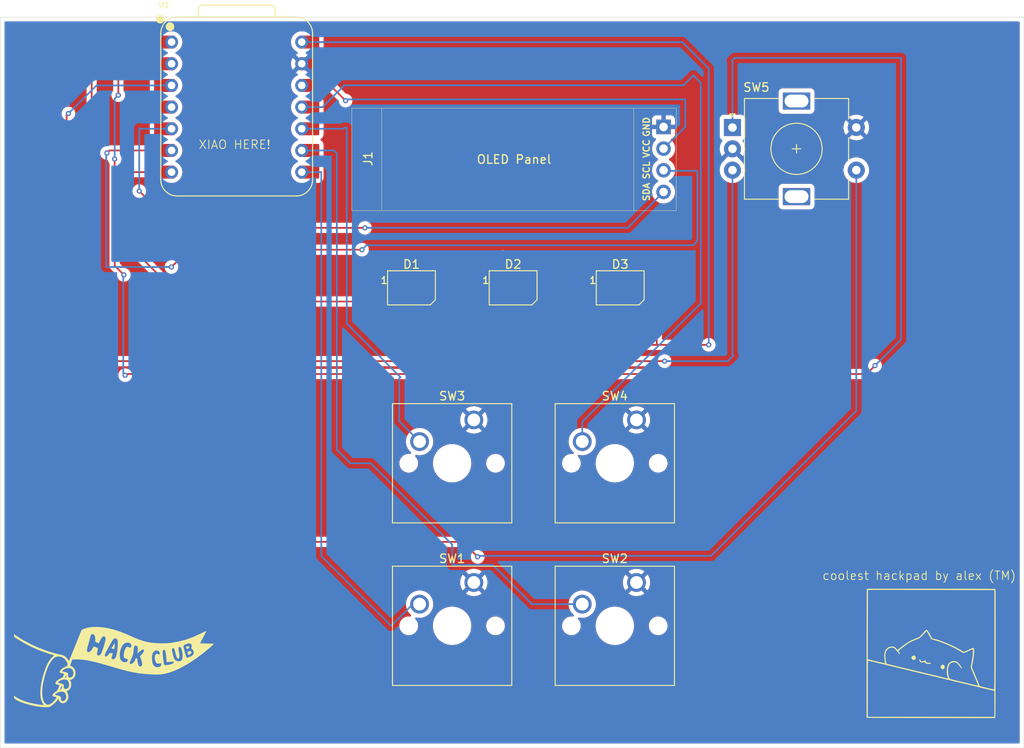
<source format=kicad_pcb>
(kicad_pcb (version 20241229) (generator "pcbnew") (generator_version "9.0")
  (layers (0 "F.Cu" signal) (2 "B.Cu" signal) (13 "F.Paste" user) (15 "B.Paste" user) (5 "F.SilkS" user "F.Silkscreen") (7 "B.SilkS" user "B.Silkscreen") (1 "F.Mask" user) (3 "B.Mask" user) (25 "Edge.Cuts" user))
  (net 0 "")
  (net 1 "+5V")
  (net 2 "Net-(D1-DIN)")
  (net 3 "GND")
  (net 4 "Net-(D1-DOUT)")
  (net 5 "Net-(D2-DOUT)")
  (net 7 "Net-(J1-Pin_3)")
  (net 8 "+3V3")
  (net 9 "Net-(J1-Pin_4)")
  (net 10 "Net-(U1-GPIO1{slash}RX)")
  (net 11 "Net-(U1-GPIO2{slash}SCK)")
  (net 12 "Net-(U1-GPIO4{slash}MISO)")
  (net 13 "Net-(U1-GPIO3{slash}MOSI)")
  (net 14 "Net-(U1-GPIO26{slash}ADC0{slash}A0)")
  (net 15 "Net-(U1-GPIO28{slash}ADC2{slash}A2)")
  (net 16 "Net-(U1-GPIO27{slash}ADC1{slash}A1)")
  (footprint "LOGO" (layer "F.Cu") (at 131.86 131)
    (property "Reference" "G***" (hide yes))
    (property "Value" "LOGO" (hide yes))
  )
  (footprint "LED_SMD:LED_SK6812MINI_PLCC4_3.5x3.5mm_P1.75mm" (layer "F.Cu") (at 166.6875 86.6)
    (property "Reference" "D1" (at 0 -2.75 0) (layer "F.SilkS"))
    (property "Value" "SK6812MINI")
    (fp_text user "1" (at -3.2 -0.875 0) (layer "F.SilkS") (effects (font (size 0.8 0.8))))
    (pad "1" smd rect (at -1.75 -0.875) (size 1.6 0.85) (layers "F.Cu" "F.Mask" "F.Paste") (net 4 "Net-(D1-DOUT)"))
    (pad "2" smd rect (at -1.75 0.875) (size 1.6 0.85) (layers "F.Cu" "F.Mask" "F.Paste") (net 3 "GND"))
    (pad "3" smd rect (at 1.75 0.875) (size 1.6 0.85) (layers "F.Cu" "F.Mask" "F.Paste") (net 2 "Net-(D1-DIN)"))
    (pad "4" smd rect (at 1.75 -0.875) (size 1.6 0.85) (layers "F.Cu" "F.Mask" "F.Paste") (net 1 "+5V"))
  )
  (footprint "LED_SMD:LED_SK6812MINI_PLCC4_3.5x3.5mm_P1.75mm" (layer "F.Cu") (at 178.59375 86.6)
    (property "Reference" "D2" (at 0 -2.75 0) (layer "F.SilkS"))
    (property "Value" "SK6812MINI")
    (fp_text user "1" (at -3.2 -0.875 0) (layer "F.SilkS") (effects (font (size 0.8 0.8))))
    (pad "1" smd rect (at -1.75 -0.875) (size 1.6 0.85) (layers "F.Cu" "F.Mask" "F.Paste") (net 5 "Net-(D2-DOUT)"))
    (pad "2" smd rect (at -1.75 0.875) (size 1.6 0.85) (layers "F.Cu" "F.Mask" "F.Paste") (net 3 "GND"))
    (pad "3" smd rect (at 1.75 0.875) (size 1.6 0.85) (layers "F.Cu" "F.Mask" "F.Paste") (net 4 "Net-(D1-DOUT)"))
    (pad "4" smd rect (at 1.75 -0.875) (size 1.6 0.85) (layers "F.Cu" "F.Mask" "F.Paste") (net 1 "+5V"))
  )
  (footprint "Button_Switch_Keyboard:SW_Cherry_MX_1.00u_PCB" (layer "F.Cu") (at 173.99 102.07625)
    (property "Reference" "SW3" (at -2.54 -2.794 0) (layer "F.SilkS"))
    (property "Value" "SW_Push")
    (pad "" np_thru_hole circle (at -7.62 5.08) (size 1.7 1.7) (drill 1.7) (layers "*.Cu" "*.Mask"))
    (pad "" np_thru_hole circle (at -2.54 5.08) (size 4 4) (drill 4) (layers "*.Cu" "*.Mask"))
    (pad "" np_thru_hole circle (at 2.54 5.08) (size 1.7 1.7) (drill 1.7) (layers "*.Cu" "*.Mask"))
    (pad "1" thru_hole circle (at 0 0) (size 2.2 2.2) (drill 1.5) (layers "*.Cu" "*.Mask") (net 3 "GND"))
    (pad "2" thru_hole circle (at -6.35 2.54) (size 2.2 2.2) (drill 1.5) (layers "*.Cu" "*.Mask") (net 12 "Net-(U1-GPIO4{slash}MISO)"))
  )
  (footprint "Ec11:RotaryEncoder_Alps_EC11E-Switch_Vertical_H20mm" (layer "F.Cu") (at 204.28 67.81)
    (property "Reference" "SW5" (at 2.8 -4.7 0) (layer "F.SilkS"))
    (property "Value" "RotaryEncoder_Switch")
    (pad "A" thru_hole rect (at 0 0) (size 2 2) (drill 1) (layers "*.Cu" "*.Mask") (net 16 "Net-(U1-GPIO27{slash}ADC1{slash}A1)"))
    (pad "B" thru_hole circle (at 0 5) (size 2 2) (drill 1) (layers "*.Cu" "*.Mask") (net 14 "Net-(U1-GPIO26{slash}ADC0{slash}A0)"))
    (pad "C" thru_hole circle (at 0 2.5) (size 2 2) (drill 1) (layers "*.Cu" "*.Mask") (net 3 "GND"))
    (pad "MP" thru_hole rect (at 7.5 -3.1) (size 3.2 2) (drill oval 2.8 1.5) (layers "*.Cu" "*.Mask"))
    (pad "MP" thru_hole rect (at 7.5 8.1) (size 3.2 2) (drill oval 2.8 1.5) (layers "*.Cu" "*.Mask"))
    (pad "S1" thru_hole circle (at 14.5 5) (size 2 2) (drill 1) (layers "*.Cu" "*.Mask") (net 15 "Net-(U1-GPIO28{slash}ADC2{slash}A2)"))
    (pad "S2" thru_hole circle (at 14.5 0) (size 2 2) (drill 1) (layers "*.Cu" "*.Mask") (net 3 "GND"))
  )
  (footprint "HPLibs:SSD1306-0.91-OLED-4pin-128x32" (layer "F.Cu") (at 159.70875 65.5525)
    (property "Reference" "J1" (at 1.9 5.91 90) (layer "F.SilkS"))
    (property "Value" "Conn_01x04")
    (fp_text user "OLED Panel" (at 19 6 0) (layer "F.SilkS"))
    (fp_text user "SDA" (at 34.5 9.81 270) (layer "F.SilkS") (effects (font (size 0.75 0.75))))
    (fp_text user "SCL" (at 34.5 7.27 270) (layer "F.SilkS") (effects (font (size 0.75 0.75))))
    (fp_text user "GND" (at 34.5 2.19 270) (layer "F.SilkS") (effects (font (size 0.75 0.75))))
    (fp_text user "VCC" (at 34.5 4.73 270) (layer "F.SilkS") (effects (font (size 0.75 0.75))))
    (pad "1" thru_hole rect (at 36.5 2.19) (size 1.7 1.7) (drill 1) (layers "*.Cu" "*.Mask") (net 3 "GND"))
    (pad "2" thru_hole oval (at 36.5 4.73) (size 1.7 1.7) (drill 1) (layers "*.Cu" "*.Mask") (net 8 "+3V3"))
    (pad "3" thru_hole oval (at 36.5 7.27) (size 1.7 1.7) (drill 1) (layers "*.Cu" "*.Mask") (net 7 "Net-(J1-Pin_3)"))
    (pad "4" thru_hole oval (at 36.5 9.81) (size 1.7 1.7) (drill 1) (layers "*.Cu" "*.Mask") (net 9 "Net-(J1-Pin_4)"))
  )
  (footprint "Button_Switch_Keyboard:SW_Cherry_MX_1.00u_PCB" (layer "F.Cu") (at 193.04 121.12625)
    (property "Reference" "SW2" (at -2.54 -2.794 0) (layer "F.SilkS"))
    (property "Value" "SW_Push")
    (pad "" np_thru_hole circle (at -7.62 5.08) (size 1.7 1.7) (drill 1.7) (layers "*.Cu" "*.Mask"))
    (pad "" np_thru_hole circle (at -2.54 5.08) (size 4 4) (drill 4) (layers "*.Cu" "*.Mask"))
    (pad "" np_thru_hole circle (at 2.54 5.08) (size 1.7 1.7) (drill 1.7) (layers "*.Cu" "*.Mask"))
    (pad "1" thru_hole circle (at 0 0) (size 2.2 2.2) (drill 1.5) (layers "*.Cu" "*.Mask") (net 3 "GND"))
    (pad "2" thru_hole circle (at -6.35 2.54) (size 2.2 2.2) (drill 1.5) (layers "*.Cu" "*.Mask") (net 11 "Net-(U1-GPIO2{slash}SCK)"))
  )
  (footprint "LOGO" (layer "F.Cu") (at 227.54 129.43)
    (property "Reference" "G***" (hide yes))
    (property "Value" "LOGO" (hide yes))
  )
  (footprint "Button_Switch_Keyboard:SW_Cherry_MX_1.00u_PCB" (layer "F.Cu") (at 193.04 102.07625)
    (property "Reference" "SW4" (at -2.54 -2.794 0) (layer "F.SilkS"))
    (property "Value" "SW_Push")
    (pad "" np_thru_hole circle (at -7.62 5.08) (size 1.7 1.7) (drill 1.7) (layers "*.Cu" "*.Mask"))
    (pad "" np_thru_hole circle (at -2.54 5.08) (size 4 4) (drill 4) (layers "*.Cu" "*.Mask"))
    (pad "" np_thru_hole circle (at 2.54 5.08) (size 1.7 1.7) (drill 1.7) (layers "*.Cu" "*.Mask"))
    (pad "1" thru_hole circle (at 0 0) (size 2.2 2.2) (drill 1.5) (layers "*.Cu" "*.Mask") (net 3 "GND"))
    (pad "2" thru_hole circle (at -6.35 2.54) (size 2.2 2.2) (drill 1.5) (layers "*.Cu" "*.Mask") (net 13 "Net-(U1-GPIO3{slash}MOSI)"))
  )
  (footprint "Button_Switch_Keyboard:SW_Cherry_MX_1.00u_PCB" (layer "F.Cu") (at 173.99 121.12625)
    (property "Reference" "SW1" (at -2.54 -2.794 0) (layer "F.SilkS"))
    (property "Value" "SW_Push")
    (pad "" np_thru_hole circle (at -7.62 5.08) (size 1.7 1.7) (drill 1.7) (layers "*.Cu" "*.Mask"))
    (pad "" np_thru_hole circle (at -2.54 5.08) (size 4 4) (drill 4) (layers "*.Cu" "*.Mask"))
    (pad "" np_thru_hole circle (at 2.54 5.08) (size 1.7 1.7) (drill 1.7) (layers "*.Cu" "*.Mask"))
    (pad "1" thru_hole circle (at 0 0) (size 2.2 2.2) (drill 1.5) (layers "*.Cu" "*.Mask") (net 3 "GND"))
    (pad "2" thru_hole circle (at -6.35 2.54) (size 2.2 2.2) (drill 1.5) (layers "*.Cu" "*.Mask") (net 10 "Net-(U1-GPIO1{slash}RX)"))
  )
  (footprint "OPL:XIAO-RP2040-DIP" (layer "F.Cu") (at 146.22 65.42)
    (property "Reference" "U1" (at -8.5 -12 0) (layer "F.SilkS") (effects (font (size 0.635 0.635) (thickness 0.1016))))
    (property "Value" "XIAO-RP2040-DIP")
    (pad "1" smd roundrect (at -8.455 -7.62 180) (size 2.432 1.524) (layers "F.Cu" "F.Mask") (roundrect_rratio 0.1) (net 14 "Net-(U1-GPIO26{slash}ADC0{slash}A0)"))
    (pad "1" thru_hole circle (at -7.62 -7.62 180) (size 1.524 1.524) (drill 0.889) (layers "*.Cu" "*.Mask") (net 14 "Net-(U1-GPIO26{slash}ADC0{slash}A0)"))
    (pad "2" smd roundrect (at -8.455 -5.08 180) (size 2.432 1.524) (layers "F.Cu" "F.Mask") (roundrect_rratio 0.1) (net 16 "Net-(U1-GPIO27{slash}ADC1{slash}A1)"))
    (pad "2" thru_hole circle (at -7.62 -5.08 180) (size 1.524 1.524) (drill 0.889) (layers "*.Cu" "*.Mask") (net 16 "Net-(U1-GPIO27{slash}ADC1{slash}A1)"))
    (pad "3" smd roundrect (at -8.455 -2.54 180) (size 2.432 1.524) (layers "F.Cu" "F.Mask") (roundrect_rratio 0.1) (net 15 "Net-(U1-GPIO28{slash}ADC2{slash}A2)"))
    (pad "3" thru_hole circle (at -7.62 -2.54 180) (size 1.524 1.524) (drill 0.889) (layers "*.Cu" "*.Mask") (net 15 "Net-(U1-GPIO28{slash}ADC2{slash}A2)"))
    (pad "4" smd roundrect (at -8.455 0 180) (size 2.432 1.524) (layers "F.Cu" "F.Mask") (roundrect_rratio 0.1))
    (pad "4" thru_hole circle (at -7.62 0 180) (size 1.524 1.524) (drill 0.889) (layers "*.Cu" "*.Mask"))
    (pad "5" smd roundrect (at -8.455 2.54 180) (size 2.432 1.524) (layers "F.Cu" "F.Mask") (roundrect_rratio 0.1) (net 9 "Net-(J1-Pin_4)"))
    (pad "5" thru_hole circle (at -7.62 2.54 180) (size 1.524 1.524) (drill 0.889) (layers "*.Cu" "*.Mask") (net 9 "Net-(J1-Pin_4)"))
    (pad "6" smd roundrect (at -8.455 5.08 180) (size 2.432 1.524) (layers "F.Cu" "F.Mask") (roundrect_rratio 0.1) (net 7 "Net-(J1-Pin_3)"))
    (pad "6" thru_hole circle (at -7.62 5.08 180) (size 1.524 1.524) (drill 0.889) (layers "*.Cu" "*.Mask") (net 7 "Net-(J1-Pin_3)"))
    (pad "7" smd roundrect (at -8.455 7.62 180) (size 2.432 1.524) (layers "F.Cu" "F.Mask") (roundrect_rratio 0.1) (net 2 "Net-(D1-DIN)"))
    (pad "7" thru_hole circle (at -7.62 7.62 180) (size 1.524 1.524) (drill 0.889) (layers "*.Cu" "*.Mask") (net 2 "Net-(D1-DIN)"))
    (pad "8" thru_hole circle (at 7.62 7.62) (size 1.524 1.524) (drill 0.889) (layers "*.Cu" "*.Mask") (net 10 "Net-(U1-GPIO1{slash}RX)"))
    (pad "8" smd roundrect (at 8.455 7.62) (size 2.432 1.524) (layers "F.Cu" "F.Mask") (roundrect_rratio 0.1) (net 10 "Net-(U1-GPIO1{slash}RX)"))
    (pad "9" thru_hole circle (at 7.62 5.08) (size 1.524 1.524) (drill 0.889) (layers "*.Cu" "*.Mask") (net 11 "Net-(U1-GPIO2{slash}SCK)"))
    (pad "9" smd roundrect (at 8.455 5.08) (size 2.432 1.524) (layers "F.Cu" "F.Mask") (roundrect_rratio 0.1) (net 11 "Net-(U1-GPIO2{slash}SCK)"))
    (pad "10" thru_hole circle (at 7.62 2.54) (size 1.524 1.524) (drill 0.889) (layers "*.Cu" "*.Mask") (net 12 "Net-(U1-GPIO4{slash}MISO)"))
    (pad "10" smd roundrect (at 8.455 2.54) (size 2.432 1.524) (layers "F.Cu" "F.Mask") (roundrect_rratio 0.1) (net 12 "Net-(U1-GPIO4{slash}MISO)"))
    (pad "11" thru_hole circle (at 7.62 0) (size 1.524 1.524) (drill 0.889) (layers "*.Cu" "*.Mask") (net 13 "Net-(U1-GPIO3{slash}MOSI)"))
    (pad "11" smd roundrect (at 8.455 0) (size 2.432 1.524) (layers "F.Cu" "F.Mask") (roundrect_rratio 0.1) (net 13 "Net-(U1-GPIO3{slash}MOSI)"))
    (pad "12" thru_hole circle (at 7.62 -2.54) (size 1.524 1.524) (drill 0.889) (layers "*.Cu" "*.Mask") (net 8 "+3V3"))
    (pad "12" smd roundrect (at 8.455 -2.54) (size 2.432 1.524) (layers "F.Cu" "F.Mask") (roundrect_rratio 0.1) (net 8 "+3V3"))
    (pad "13" thru_hole circle (at 7.62 -5.08) (size 1.524 1.524) (drill 0.889) (layers "*.Cu" "*.Mask") (net 3 "GND"))
    (pad "13" smd roundrect (at 8.455 -5.08) (size 2.432 1.524) (layers "F.Cu" "F.Mask") (roundrect_rratio 0.1) (net 3 "GND"))
    (pad "14" thru_hole circle (at 7.62 -7.62) (size 1.524 1.524) (drill 0.889) (layers "*.Cu" "*.Mask") (net 1 "+5V"))
    (pad "14" smd roundrect (at 8.455 -7.62) (size 2.432 1.524) (layers "F.Cu" "F.Mask") (roundrect_rratio 0.1) (net 1 "+5V"))
  )
  (footprint "LED_SMD:LED_SK6812MINI_PLCC4_3.5x3.5mm_P1.75mm" (layer "F.Cu") (at 191.13125 86.6)
    (property "Reference" "D3" (at 0 -2.75 0) (layer "F.SilkS"))
    (property "Value" "SK6812MINI")
    (fp_text user "1" (at -3.2 -0.875 0) (layer "F.SilkS") (effects (font (size 0.8 0.8))))
    (pad "1" smd rect (at -1.75 -0.875) (size 1.6 0.85) (layers "F.Cu" "F.Mask" "F.Paste"))
    (pad "2" smd rect (at -1.75 0.875) (size 1.6 0.85) (layers "F.Cu" "F.Mask" "F.Paste") (net 3 "GND"))
    (pad "3" smd rect (at 1.75 0.875) (size 1.6 0.85) (layers "F.Cu" "F.Mask" "F.Paste") (net 5 "Net-(D2-DOUT)"))
    (pad "4" smd rect (at 1.75 -0.875) (size 1.6 0.85) (layers "F.Cu" "F.Mask" "F.Paste") (net 1 "+5V"))
  )
  (gr_rect (start 118.53 54.88) (end 238.41 140.49375) (stroke (width 0.05)) (fill no) (layer "Edge.Cuts"))
  (gr_text "XIAO HERE!\n" (at 141.7 70.4 0) (layer "F.SilkS") (effects (font (size 1 1) (thickness 0.1)) (justify left bottom)))
  (gr_text "coolest hackpad by alex (TM)\n\n" (at 214.75 122.515819 0) (layer "F.SilkS") (effects (font (size 1 1) (thickness 0.1)) (justify left bottom)))
  (segment (start 182.92 93.28) (end 175.9925 93.28) (width 0.2) (layer "F.Cu") (net 1))
  (segment (start 195.42 93.28) (end 182.92 93.28) (width 0.2) (layer "F.Cu") (net 1))
  (segment (start 192.88125 85.725) (end 195.42 88.26375) (width 0.2) (layer "F.Cu") (net 1))
  (segment (start 182.92 88.30125) (end 182.92 93.28) (width 0.2) (layer "F.Cu") (net 1))
  (segment (start 180.34375 85.725) (end 182.92 88.30125) (width 0.2) (layer "F.Cu") (net 1))
  (segment (start 195.42 88.26375) (end 195.42 93.28) (width 0.2) (layer "F.Cu") (net 1))
  (segment (start 201.5 93.28) (end 195.42 93.28) (width 0.2) (layer "F.Cu") (net 1))
  (segment (start 175.9925 93.28) (end 168.4375 85.725) (width 0.2) (layer "F.Cu") (net 1))
  (via (at 201.5 93.28) (size 0.6) (drill 0.3) (layers "F.Cu" "B.Cu") (net 1))
  (segment (start 153.84 57.8) (end 198.4 57.8) (width 0.2) (layer "B.Cu") (net 1))
  (segment (start 201.5 60.9) (end 201.5 93.28) (width 0.2) (layer "B.Cu") (net 1))
  (segment (start 198.4 57.8) (end 201.5 60.9) (width 0.2) (layer "B.Cu") (net 1))
  (segment (start 132.94 73.91) (end 133.81 73.04) (width 0.2) (layer "F.Cu") (net 2))
  (segment (start 167.7115 88.201) (end 140.191 88.201) (width 0.2) (layer "F.Cu") (net 2))
  (segment (start 168.4375 87.475) (end 167.7115 88.201) (width 0.2) (layer "F.Cu") (net 2))
  (segment (start 140.191 88.201) (end 132.94 80.95) (width 0.2) (layer "F.Cu") (net 2))
  (segment (start 132.94 80.95) (end 132.94 73.91) (width 0.2) (layer "F.Cu") (net 2))
  (segment (start 133.81 73.04) (end 137.765 73.04) (width 0.2) (layer "F.Cu") (net 2))
  (segment (start 168.82 82.84) (end 176.5 90.52) (width 0.2) (layer "F.Cu") (net 4))
  (segment (start 164.9375 85.725) (end 164.9375 84.0125) (width 0.2) (layer "F.Cu") (net 4))
  (segment (start 180.34375 89.81375) (end 180.34375 87.475) (width 0.2) (layer "F.Cu") (net 4))
  (segment (start 166.11 82.84) (end 168.82 82.84) (width 0.2) (layer "F.Cu") (net 4))
  (segment (start 176.5 90.52) (end 180.69 90.52) (width 0.2) (layer "F.Cu") (net 4))
  (segment (start 180.69 90.52) (end 180.69 90.16) (width 0.2) (layer "F.Cu") (net 4))
  (segment (start 180.69 90.16) (end 180.34375 89.81375) (width 0.2) (layer "F.Cu") (net 4))
  (segment (start 164.9375 84.0125) (end 166.11 82.84) (width 0.2) (layer "F.Cu") (net 4))
  (segment (start 188.75 90.65) (end 193.27 90.65) (width 0.2) (layer "F.Cu") (net 5))
  (segment (start 183.39 85.51) (end 188.64 90.76) (width 0.2) (layer "F.Cu") (net 5))
  (segment (start 177.39 82.78) (end 177.77 83.16) (width 0.2) (layer "F.Cu") (net 5))
  (segment (start 192.88125 90.26125) (end 192.88125 87.475) (width 0.2) (layer "F.Cu") (net 5))
  (segment (start 188.64 90.76) (end 188.75 90.65) (width 0.2) (layer "F.Cu") (net 5))
  (segment (start 177.77 83.16) (end 183.39 83.16) (width 0.2) (layer "F.Cu") (net 5))
  (segment (start 176.84375 85.725) (end 176.84375 83.32625) (width 0.2) (layer "F.Cu") (net 5))
  (segment (start 176.84375 83.32625) (end 177.39 82.78) (width 0.2) (layer "F.Cu") (net 5))
  (segment (start 183.39 83.16) (end 183.39 85.51) (width 0.2) (layer "F.Cu") (net 5))
  (segment (start 193.27 90.65) (end 192.88125 90.26125) (width 0.2) (layer "F.Cu") (net 5))
  (segment (start 140.61 82.13) (end 138.58 84.16) (width 0.2) (layer "F.Cu") (net 7))
  (segment (start 131.33 70.5) (end 137.765 70.5) (width 0.2) (layer "F.Cu") (net 7))
  (segment (start 131.03 70.8) (end 131.33 70.5) (width 0.2) (layer "F.Cu") (net 7))
  (segment (start 160.9 82.13) (end 140.61 82.13) (width 0.2) (layer "F.Cu") (net 7))
  (via (at 138.58 84.16) (size 0.6) (drill 0.3) (layers "F.Cu" "B.Cu") (net 7))
  (via (at 160.9 82.13) (size 0.6) (drill 0.3) (layers "F.Cu" "B.Cu") (net 7))
  (via (at 131.03 70.8) (size 0.6) (drill 0.3) (layers "F.Cu" "B.Cu") (net 7))
  (segment (start 130.94 84.16) (end 130.94 70.89) (width 0.2) (layer "B.Cu") (net 7))
  (segment (start 138.58 84.16) (end 130.94 84.16) (width 0.2) (layer "B.Cu") (net 7))
  (segment (start 196.23 72.89) (end 200.06 72.89) (width 0.2) (layer "B.Cu") (net 7))
  (segment (start 200.169 81.101) (end 199.67 81.6) (width 0.2) (layer "B.Cu") (net 7))
  (segment (start 130.94 70.89) (end 131.03 70.8) (width 0.2) (layer "B.Cu") (net 7))
  (segment (start 196.20875 72.86875) (end 196.23 72.89) (width 0.2) (layer "B.Cu") (net 7))
  (segment (start 196.20875 72.8225) (end 196.20875 72.86875) (width 0.2) (layer "B.Cu") (net 7))
  (segment (start 200.169 72.999) (end 200.169 81.101) (width 0.2) (layer "B.Cu") (net 7))
  (segment (start 199.67 81.6) (end 161.43 81.6) (width 0.2) (layer "B.Cu") (net 7))
  (segment (start 200.06 72.89) (end 200.169 72.999) (width 0.2) (layer "B.Cu") (net 7))
  (segment (start 161.43 81.6) (end 160.9 82.13) (width 0.2) (layer "B.Cu") (net 7))
  (segment (start 158.97 64.66) (end 157.19 62.88) (width 0.2) (layer "F.Cu") (net 8))
  (segment (start 157.19 62.88) (end 153.84 62.88) (width 0.2) (layer "F.Cu") (net 8))
  (via (at 158.97 64.66) (size 0.6) (drill 0.3) (layers "F.Cu" "B.Cu") (net 8))
  (segment (start 198.75 64.52) (end 159.11 64.52) (width 0.2) (layer "B.Cu") (net 8))
  (segment (start 159.11 64.52) (end 158.97 64.66) (width 0.2) (layer "B.Cu") (net 8))
  (segment (start 196.20875 70.2825) (end 198.75 67.74125) (width 0.2) (layer "B.Cu") (net 8))
  (segment (start 198.75 67.74125) (end 198.75 64.52) (width 0.2) (layer "B.Cu") (net 8))
  (segment (start 139.12 79.57) (end 134.81 75.26) (width 0.2) (layer "F.Cu") (net 9))
  (segment (start 161.24 79.57) (end 139.12 79.57) (width 0.2) (layer "F.Cu") (net 9))
  (via (at 161.24 79.57) (size 0.6) (drill 0.3) (layers "F.Cu" "B.Cu") (net 9))
  (via (at 134.81 75.26) (size 0.6) (drill 0.3) (layers "F.Cu" "B.Cu") (net 9))
  (segment (start 192.00125 79.57) (end 161.24 79.57) (width 0.2) (layer "B.Cu") (net 9))
  (segment (start 134.81 67.9) (end 134.87 67.96) (width 0.2) (layer "B.Cu") (net 9))
  (segment (start 134.87 67.96) (end 138.6 67.96) (width 0.2) (layer "B.Cu") (net 9))
  (segment (start 196.20875 75.3625) (end 192.00125 79.57) (width 0.2) (layer "B.Cu") (net 9))
  (segment (start 134.81 75.26) (end 134.81 67.9) (width 0.2) (layer "B.Cu") (net 9))
  (segment (start 156.12 73.04) (end 153.84 73.04) (width 0.2) (layer "B.Cu") (net 10))
  (segment (start 164.30625 126.20625) (end 156.13 118.03) (width 0.2) (layer "B.Cu") (net 10))
  (segment (start 167.64 123.66625) (end 166.84625 123.66625) (width 0.2) (layer "B.Cu") (net 10))
  (segment (start 156.13 73.03) (end 156.12 73.04) (width 0.2) (layer "B.Cu") (net 10))
  (segment (start 166.84625 123.66625) (end 164.30625 126.20625) (width 0.2) (layer "B.Cu") (net 10))
  (segment (start 156.13 118.03) (end 156.13 73.03) (width 0.2) (layer "B.Cu") (net 10))
  (segment (start 186.69 123.66625) (end 180.81625 123.66625) (width 0.2) (layer "B.Cu") (net 11))
  (segment (start 157.95 70.85) (end 157.6 70.5) (width 0.2) (layer "B.Cu") (net 11))
  (segment (start 157.6 70.5) (end 153.84 70.5) (width 0.2) (layer "B.Cu") (net 11))
  (segment (start 171.45 116.68125) (end 161.925 107.15625) (width 0.2) (layer "B.Cu") (net 11))
  (segment (start 180.81625 123.66625) (end 176.2125 119.0625) (width 0.2) (layer "B.Cu") (net 11))
  (segment (start 161.925 107.15625) (end 159.54375 107.15625) (width 0.2) (layer "B.Cu") (net 11))
  (segment (start 176.2125 119.0625) (end 171.45 119.0625) (width 0.2) (layer "B.Cu") (net 11))
  (segment (start 157.95 105.5625) (end 157.95 70.85) (width 0.2) (layer "B.Cu") (net 11))
  (segment (start 171.45 119.0625) (end 171.45 116.68125) (width 0.2) (layer "B.Cu") (net 11))
  (segment (start 159.54375 107.15625) (end 157.95 105.5625) (width 0.2) (layer "B.Cu") (net 11))
  (segment (start 158.82 67.83) (end 158.69 67.96) (width 0.2) (layer "B.Cu") (net 12))
  (segment (start 165.25875 102.235) (end 165.25875 97.21125) (width 0.2) (layer "B.Cu") (net 12))
  (segment (start 167.64 104.61625) (end 165.25875 102.235) (width 0.2) (layer "B.Cu") (net 12))
  (segment (start 158.69 67.96) (end 153.84 67.96) (width 0.2) (layer "B.Cu") (net 12))
  (segment (start 165.25875 97.21125) (end 165.4 97.07) (width 0.2) (layer "B.Cu") (net 12))
  (segment (start 165.4 97.07) (end 159.11 90.78) (width 0.2) (layer "B.Cu") (net 12))
  (segment (start 159.11 67.83) (end 158.82 67.83) (width 0.2) (layer "B.Cu") (net 12))
  (segment (start 159.11 90.78) (end 159.11 67.83) (width 0.2) (layer "B.Cu") (net 12))
  (segment (start 198.54 62.87) (end 158.82 62.87) (width 0.2) (layer "B.Cu") (net 13))
  (segment (start 199.7 61.71) (end 198.54 62.87) (width 0.2) (layer "B.Cu") (net 13))
  (segment (start 200.57 88.42) (end 200.57 62.58) (width 0.2) (layer "B.Cu") (net 13))
  (segment (start 158.82 62.87) (end 156.27 65.42) (width 0.2) (layer "B.Cu") (net 13))
  (segment (start 156.27 65.42) (end 153.84 65.42) (width 0.2) (layer "B.Cu") (net 13))
  (segment (start 186.69 104.61625) (end 186.69 102.3) (width 0.2) (layer "B.Cu") (net 13))
  (segment (start 200.57 62.58) (end 199.7 61.71) (width 0.2) (layer "B.Cu") (net 13))
  (segment (start 186.69 102.3) (end 200.57 88.42) (width 0.2) (layer "B.Cu") (net 13))
  (segment (start 196.33 95.19) (end 127.71 95.19) (width 0.2) (layer "F.Cu") (net 14))
  (segment (start 127.71 95.19) (end 126.95 94.43) (width 0.2) (layer "F.Cu") (net 14))
  (segment (start 131.01 57.8) (end 138.6 57.8) (width 0.2) (layer "F.Cu") (net 14))
  (segment (start 129.24 59.57) (end 131.01 57.8) (width 0.2) (layer "F.Cu") (net 14))
  (segment (start 129.24 92.14) (end 129.24 59.57) (width 0.2) (layer "F.Cu") (net 14))
  (segment (start 126.95 94.43) (end 129.24 92.14) (width 0.2) (layer "F.Cu") (net 14))
  (via (at 196.33 95.19) (size 0.6) (drill 0.3) (layers "F.Cu" "B.Cu") (net 14))
  (segment (start 204.39 94.53) (end 203.73 95.19) (width 0.2) (layer "B.Cu") (net 14))
  (segment (start 204.28 72.81) (end 204.28 94.42) (width 0.2) (layer "B.Cu") (net 14))
  (segment (start 204.28 94.42) (end 204.39 94.53) (width 0.2) (layer "B.Cu") (net 14))
  (segment (start 203.73 95.19) (end 196.33 95.19) (width 0.2) (layer "B.Cu") (net 14))
  (segment (start 126.3 66.39) (end 126.52 66.17) (width 0.2) (layer "F.Cu") (net 15))
  (segment (start 174.44 118.12) (end 172.69 116.37) (width 0.2) (layer "F.Cu") (net 15))
  (segment (start 126.3 116.37) (end 126.3 66.39) (width 0.2) (layer "F.Cu") (net 15))
  (segment (start 172.69 116.37) (end 126.3 116.37) (width 0.2) (layer "F.Cu") (net 15))
  (via (at 126.52 66.17) (size 0.6) (drill 0.3) (layers "F.Cu" "B.Cu") (net 15))
  (via (at 174.44 118.12) (size 0.6) (drill 0.3) (layers "F.Cu" "B.Cu") (net 15))
  (segment (start 201.78 118.01) (end 174.55 118.01) (width 0.2) (layer "B.Cu") (net 15))
  (segment (start 218.78 72.81) (end 218.78 101.01) (width 0.2) (layer "B.Cu") (net 15))
  (segment (start 218.78 101.01) (end 201.78 118.01) (width 0.2) (layer "B.Cu") (net 15))
  (segment (start 174.55 118.01) (end 174.44 118.12) (width 0.2) (layer "B.Cu") (net 15))
  (segment (start 129.81 62.88) (end 138.6 62.88) (width 0.2) (layer "B.Cu") (net 15))
  (segment (start 126.52 66.17) (end 129.81 62.88) (width 0.2) (layer "B.Cu") (net 15))
  (segment (start 132.36 60.25) (end 132.45 60.34) (width 0.2) (layer "F.Cu") (net 16))
  (segment (start 220.97 95.71) (end 219.98 96.7) (width 0.2) (layer "F.Cu") (net 16))
  (segment (start 131.93 84) (end 131.93 71.5) (width 0.2) (layer "F.Cu") (net 16))
  (segment (start 133.3 96.7) (end 133.16 96.84) (width 0.2) (layer "F.Cu") (net 16))
  (segment (start 133.3 96.7) (end 219.98 96.7) (width 0.2) (layer "F.Cu") (net 16))
  (segment (start 132.36 64.02) (end 132.36 60.25) (width 0.2) (layer "F.Cu") (net 16))
  (segment (start 132.45 60.34) (end 138.6 60.34) (width 0.2) (layer "F.Cu") (net 16))
  (segment (start 133.01 85.08) (end 131.93 84) (width 0.2) (layer "F.Cu") (net 16))
  (via (at 132.36 64.02) (size 0.6) (drill 0.3) (layers "F.Cu" "B.Cu") (net 16))
  (via (at 220.97 95.71) (size 0.6) (drill 0.3) (layers "F.Cu" "B.Cu") (net 16))
  (via (at 131.93 71.5) (size 0.6) (drill 0.3) (layers "F.Cu" "B.Cu") (net 16))
  (via (at 133.01 85.08) (size 0.6) (drill 0.3) (layers "F.Cu" "B.Cu") (net 16))
  (via (at 133.16 96.84) (size 0.6) (drill 0.3) (layers "F.Cu" "B.Cu") (net 16))
  (segment (start 224.02 59.66) (end 224.02 92.66) (width 0.2) (layer "B.Cu") (net 16))
  (segment (start 131.93 64.45) (end 132.36 64.02) (width 0.2) (layer "B.Cu") (net 16))
  (segment (start 132.94 85.15) (end 133.01 85.08) (width 0.2) (layer "B.Cu") (net 16))
  (segment (start 204.28 60.07) (end 204.2 59.99) (width 0.2) (layer "B.Cu") (net 16))
  (segment (start 204.28 67.81) (end 204.28 60.07) (width 0.2) (layer "B.Cu") (net 16))
  (segment (start 204.2 59.99) (end 204.53 59.66) (width 0.2) (layer "B.Cu") (net 16))
  (segment (start 224.02 92.66) (end 220.97 95.71) (width 0.2) (layer "B.Cu") (net 16))
  (segment (start 133.16 96.84) (end 132.94 96.62) (width 0.2) (layer "B.Cu") (net 16))
  (segment (start 132.94 96.62) (end 132.94 85.15) (width 0.2) (layer "B.Cu") (net 16))
  (segment (start 204.53 59.66) (end 224.02 59.66) (width 0.2) (layer "B.Cu") (net 16))
  (segment (start 131.93 71.5) (end 131.93 64.45) (width 0.2) (layer "B.Cu") (net 16))
  (zone (net 3) (net_name "GND") (layers "F.Cu" "B.Cu") (connect_pads (clearance 0.5)) (min_thickness 0.25) (fill yes (thermal_gap 0.5) (thermal_bridge_width 0.5))
    (polygon (pts (xy 118.53 54.89) (xy 238.41 54.88) (xy 238.41 140.49) (xy 118.53 140.49)))
  )
)
</source>
